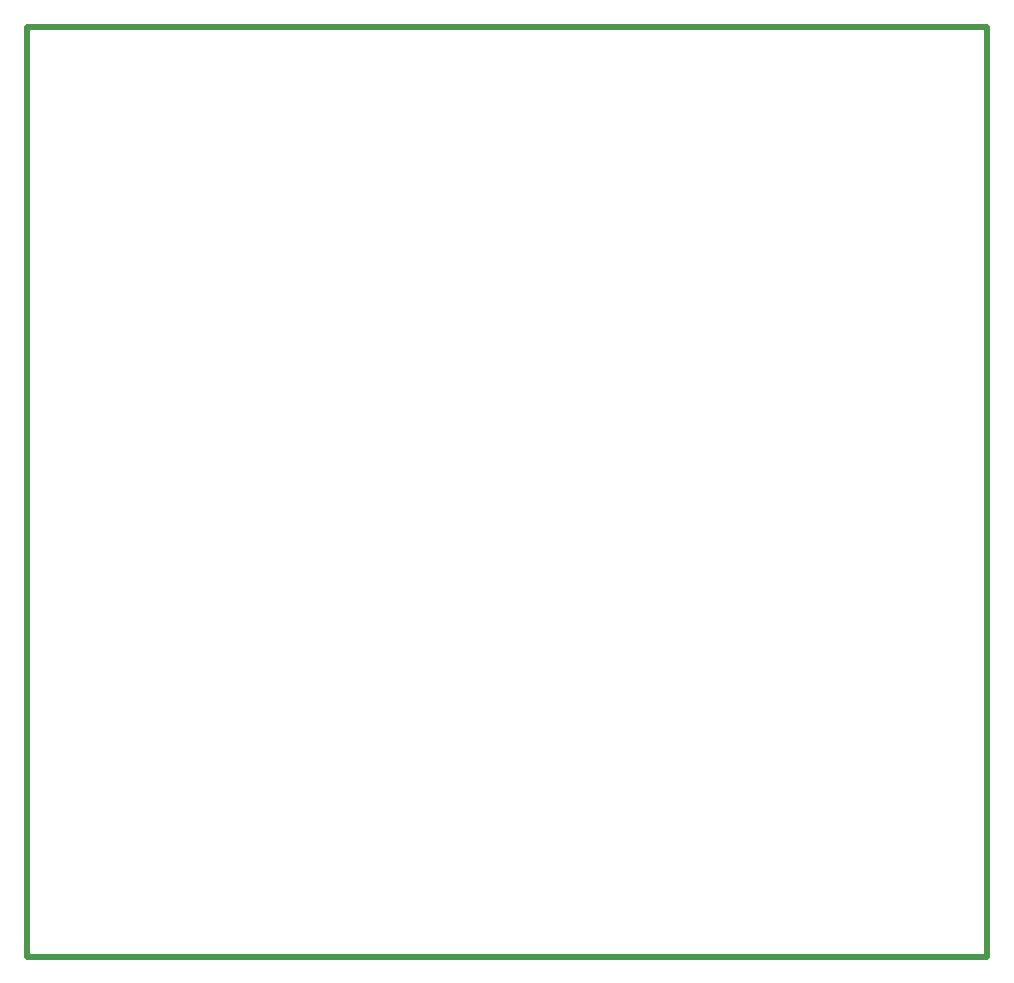
<source format=gko>
G04*
G04 #@! TF.GenerationSoftware,Altium Limited,Altium Designer,21.8.1 (53)*
G04*
G04 Layer_Color=16711935*
%FSLAX25Y25*%
%MOIN*%
G70*
G04*
G04 #@! TF.SameCoordinates,28AFC469-8C40-47C5-92FE-A73FC46FB42A*
G04*
G04*
G04 #@! TF.FilePolarity,Positive*
G04*
G01*
G75*
%ADD12C,0.01000*%
%ADD34C,0.02000*%
D12*
X0Y0D02*
Y310000D01*
X320000D01*
Y0D02*
Y310000D01*
X0Y0D02*
X320000D01*
D34*
X0D02*
Y310000D01*
X320000D01*
Y0D02*
Y310000D01*
X0Y0D02*
X320000D01*
M02*

</source>
